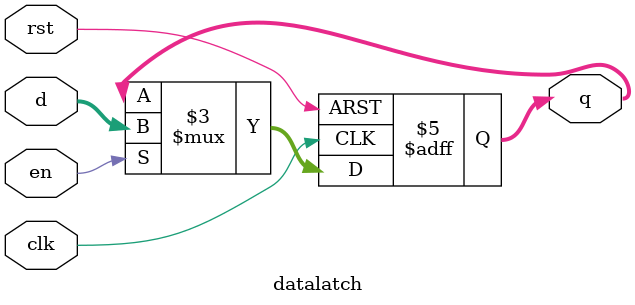
<source format=v>


/*
opcodes
0 : Add
1 : Subtract
2 : Invert A
3 : Invert B
4 : A & B
5 : A | B
6 : A ^ B
7 : ~(A ^ B)
*/



module Alu(
input   [2:0]   Opcode,
input   [3:0]   Data,
input           GO,
input           clk,
input           reset,
output  [3:0]   Result,
output          cout,
output          borrow,
output          led_idle,
output          led_wait,
output          led_rdy,
output          led_done
);
wire    [3:0]   A,
                B;
wire    [2:0]   op;
wire            enA,
                enB,
                enOp;

datalatch       Alatch(clk, reset, enA,  Data, A);
datalatch       Blatch(clk, reset, enB,  Data, B);
datalatch       opCode(clk, reset, enOp, Opcode, op);
Math        math(A, B, op, Result, cout, borrow);
Controller  cnt(clk, reset, GO, enA, enB, enOp, led_idle, led_wait, led_rdy, led_done);
endmodule



module Math(
input       [3:0]   A,
input       [3:0]   B,
input       [2:0]   op,
output  reg [3:0]   result,
output  reg         carry,
output  reg         borrow
);
parameter   Add     = 3'h0,
            Sub     = 3'h1,
            NotA    = 3'h2,
            NotB    = 3'h3,
            And     = 3'h4,
            Or      = 3'h5,
            Xor     = 3'h6,
            Xnor    = 3'h7;
always@ (*)
begin
    case(op)
    Add:
    begin
        {carry, result} = A + B;
        borrow = 0;
    end
    Sub:
    begin
        {borrow, result} = A - B;
        carry = 0;
    end
    NotA:
    begin
        result = ~A;
        {carry, borrow} = 0;
    end
    NotB:
    begin
        result = ~B;
        {carry, borrow} = 0;
    end
    And:
    begin
        result = A & B;
        {carry, borrow} = 0;
    end
    Or:
    begin
        result = A | B;
        {carry, borrow} = 0;
    end
    Xor:
    begin
        result = A ^ B;
        {carry, borrow} = 0;
    end
    Xnor:
    begin
        result = ~ A ^ B;
        {carry, borrow} = 0;
    end
    endcase
end
endmodule




module Controller(
input       clk,
input       rst,
input       go,
output  reg enA,
output  reg enB,
output  reg enOp,
output  reg led_idle,
output  reg led_wait,
output  reg led_rdy,
output  reg led_done
);
parameter   s_Reset     = 3'h0,
            s_Ready     = 3'h1,
            s_LatchA    = 3'h2,
            s_LatchB    = 3'h3,
            s_Work      = 3'h4,
            s_Done      = 3'h5;
parameter   o_Reset     = 7'b0001000,//{enA,enB,enOp,led_idle,led_wait,led_rdy,led_done}
            o_Ready     = 7'b0000010,
            o_LatchA    = 7'b1000100,
            o_LatchB    = 7'b0110000,
            o_Work      = 7'b0000000,
            o_Done      = 7'b0000001;
reg [2:0]   state;
always@ (posedge clk or posedge rst)
begin
    if(rst)
        state = s_Reset;
    else
    case(state)
    s_Reset:
        state = s_Ready;
    s_Ready:
        if(go)
            state = s_LatchA;
        else
            state = state;
    s_LatchA:
        if(go)
            state = state;
        else
            state = s_LatchB;
    s_LatchB:
        state = s_Work;
    s_Work:
        state = s_Done;
    s_Done:
        state = s_Ready;
    default:
        state = s_Reset;
    endcase
end
always@ (*)
    case(state)
    s_Reset: {enA,enB,enOp,led_idle,led_wait,led_rdy,led_done} = o_Reset;
    s_Ready: {enA,enB,enOp,led_idle,led_wait,led_rdy,led_done} = o_Ready;
    s_LatchA:{enA,enB,enOp,led_idle,led_wait,led_rdy,led_done} = o_LatchA;
    s_LatchB:{enA,enB,enOp,led_idle,led_wait,led_rdy,led_done} = o_LatchB;
    s_Work:  {enA,enB,enOp,led_idle,led_wait,led_rdy,led_done} = o_Work;
    s_Done:  {enA,enB,enOp,led_idle,led_wait,led_rdy,led_done} = o_Done;
    default: {enA,enB,enOp,led_idle,led_wait,led_rdy,led_done} = o_Reset;
    endcase
endmodule


module datalatch(
input               clk,
input               rst,
input               en,
input       [3:0]   d,
output  reg [3:0]   q
);
always@(posedge clk or posedge rst)
begin
    if(rst)
        q = 0;
    else
        if(en)
            q = d;
        else
            q = q;
end
endmodule



</source>
